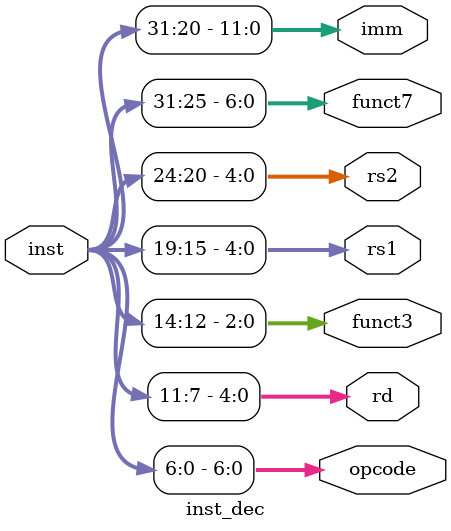
<source format=sv>
module inst_dec
(
    input  logic [31:0] inst,
    output logic [ 6:0] opcode,
    output logic [ 4:0] rd,
    output logic [ 2:0] funct3,
    output logic [ 4:0] rs1,
    output logic [ 4:0] rs2,
    output logic [ 6:0] funct7,
    output logic [11:0] imm
);
    assign opcode = inst[ 6: 0];
    assign rd     = inst[11: 7];
    assign funct3 = inst[14:12];
    assign rs1    = inst[19:15];
    assign rs2    = inst[24:20];
    assign funct7 = inst[31:25];


    // to immediate generator
    assign imm    = inst[31:20];

endmodule
</source>
